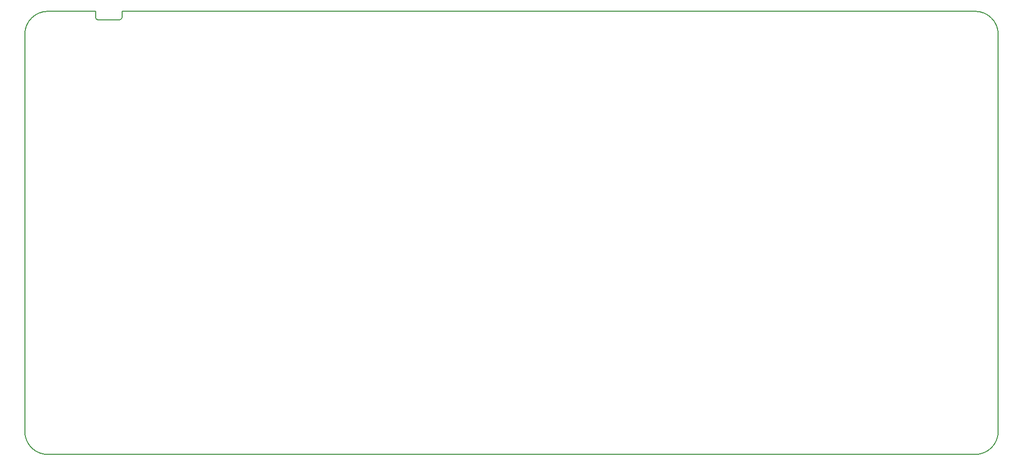
<source format=gm1>
G04 #@! TF.GenerationSoftware,KiCad,Pcbnew,6.0.10-86aedd382b~118~ubuntu18.04.1*
G04 #@! TF.CreationDate,2025-05-01T16:39:22+01:00*
G04 #@! TF.ProjectId,tangnano20k_dock,74616e67-6e61-46e6-9f32-306b5f646f63,rev?*
G04 #@! TF.SameCoordinates,Original*
G04 #@! TF.FileFunction,Profile,NP*
%FSLAX46Y46*%
G04 Gerber Fmt 4.6, Leading zero omitted, Abs format (unit mm)*
G04 Created by KiCad (PCBNEW 6.0.10-86aedd382b~118~ubuntu18.04.1) date 2025-05-01 16:39:22*
%MOMM*%
%LPD*%
G01*
G04 APERTURE LIST*
G04 #@! TA.AperFunction,Profile*
%ADD10C,0.150000*%
G04 #@! TD*
G04 APERTURE END LIST*
D10*
X76835000Y-49525000D02*
G75*
G03*
X73025000Y-53335000I0J-3810000D01*
G01*
X92710000Y-49525000D02*
X231140000Y-49525000D01*
X231140000Y-123185000D02*
X76835000Y-123190000D01*
X231140000Y-123185000D02*
G75*
G03*
X234950000Y-119375000I0J3810000D01*
G01*
X73025000Y-53335000D02*
X73025000Y-119375000D01*
X234950000Y-53335000D02*
G75*
G03*
X231140000Y-49525000I-3810000J0D01*
G01*
X234950000Y-119375000D02*
X234950000Y-53335000D01*
X76835000Y-49525000D02*
X81280000Y-49525000D01*
X73024997Y-119375000D02*
G75*
G03*
X76835000Y-123190000I3815003J0D01*
G01*
X84795000Y-50525000D02*
X84795000Y-49525000D01*
X89195000Y-49525000D02*
X92710000Y-49525000D01*
X85195000Y-50925000D02*
X88795000Y-50925000D01*
X84795000Y-49525000D02*
X81280000Y-49525000D01*
X89195000Y-50525000D02*
X89195000Y-49525000D01*
X84795000Y-50525000D02*
G75*
G03*
X85195000Y-50925000I400000J0D01*
G01*
X88795000Y-50925000D02*
G75*
G03*
X89195000Y-50525000I-2J400002D01*
G01*
M02*

</source>
